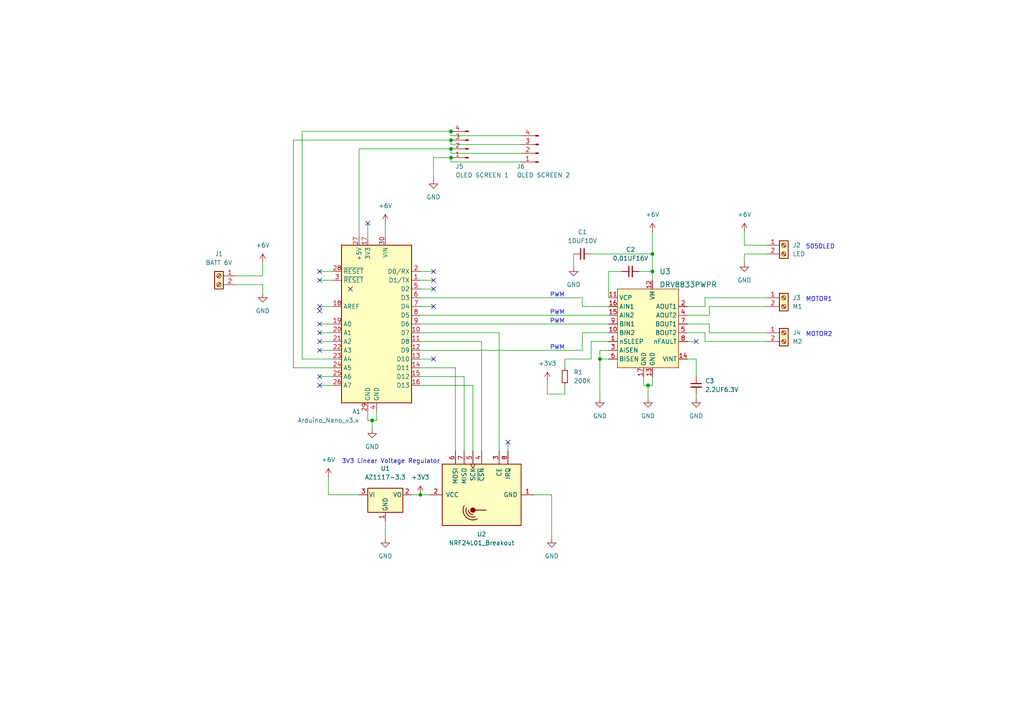
<source format=kicad_sch>
(kicad_sch (version 20211123) (generator eeschema)
  (paper "A4")
  (lib_symbols
    (symbol "Connector:Conn_01x04_Male" (pin_names (offset 1.016) hide)
      (property "Reference" "J" (at 0 5.08 0))
      (property "Value" "Conn_01x04_Male" (at 0 -7.62 0))
      (symbol "Conn_01x04_Male_1_1"
        (polyline (pts (xy 1.27 -5.08) (xy 0.8636 -5.08)) (stroke (width 0.1524)))
        (polyline (pts (xy 1.27 -2.54) (xy 0.8636 -2.54)) (stroke (width 0.1524)))
        (polyline (pts (xy 1.27 0) (xy 0.8636 0)) (stroke (width 0.1524)))
        (polyline (pts (xy 1.27 2.54) (xy 0.8636 2.54)) (stroke (width 0.1524)))
        (rectangle (start 0.8636 -4.953) (end 0 -5.207) (stroke (width 0.1524)) (fill (type outline)))
        (rectangle (start 0.8636 -2.413) (end 0 -2.667) (stroke (width 0.1524)) (fill (type outline)))
        (rectangle (start 0.8636 0.127) (end 0 -0.127) (stroke (width 0.1524)) (fill (type outline)))
        (rectangle (start 0.8636 2.667) (end 0 2.413) (stroke (width 0.1524)) (fill (type outline)))
        (pin passive line (at 5.08 2.54 180) (length 3.81) (name "Pin_1") (number "1"))
        (pin passive line (at 5.08 0 180) (length 3.81) (name "Pin_2") (number "2"))
        (pin passive line (at 5.08 -2.54 180) (length 3.81) (name "Pin_3") (number "3"))
        (pin passive line (at 5.08 -5.08 180) (length 3.81) (name "Pin_4") (number "4"))
      )
    )
    (symbol "Connector:Screw_Terminal_01x02" (pin_names (offset 1.016) hide)
      (property "Reference" "J" (at 0 2.54 0))
      (property "Value" "Screw_Terminal_01x02" (at 0 -5.08 0))
      (symbol "Screw_Terminal_01x02_1_1"
        (rectangle (start -1.27 1.27) (end 1.27 -3.81) (stroke (width 0.254)) (fill (type background)))
        (circle (center 0 -2.54) (radius 0.635) (stroke (width 0.1524)))
        (polyline (pts (xy -0.5334 -2.2098) (xy 0.3302 -3.048)) (stroke (width 0.1524)))
        (polyline (pts (xy -0.5334 0.3302) (xy 0.3302 -0.508)) (stroke (width 0.1524)))
        (polyline (pts (xy -0.3556 -2.032) (xy 0.508 -2.8702)) (stroke (width 0.1524)))
        (polyline (pts (xy -0.3556 0.508) (xy 0.508 -0.3302)) (stroke (width 0.1524)))
        (circle (center 0 0) (radius 0.635) (stroke (width 0.1524)))
        (pin passive line (at -5.08 0 0) (length 3.81) (name "Pin_1") (number "1"))
        (pin passive line (at -5.08 -2.54 0) (length 3.81) (name "Pin_2") (number "2"))
      )
    )
    (symbol "Device:C_Small" (pin_numbers hide) (pin_names (offset 0.254) hide)
      (property "Reference" "C" (at 0.254 1.778 0))
      (property "Value" "C_Small" (at 0.254 -2.032 0))
      (symbol "C_Small_0_1"
        (polyline (pts (xy -1.524 -0.508) (xy 1.524 -0.508)) (stroke (width 0.3302)))
        (polyline (pts (xy -1.524 0.508) (xy 1.524 0.508)) (stroke (width 0.3048)))
      )
      (symbol "C_Small_1_1"
        (pin passive line (at 0 2.54 270) (length 2.032) (name "~") (number "1"))
        (pin passive line (at 0 -2.54 90) (length 2.032) (name "~") (number "2"))
      )
    )
    (symbol "Device:R_Small" (pin_numbers hide) (pin_names (offset 0.254) hide)
      (property "Reference" "R" (at 0.762 0.508 0))
      (property "Value" "R_Small" (at 0.762 -1.016 0))
      (symbol "R_Small_0_1"
        (rectangle (start -0.762 1.778) (end 0.762 -1.778) (stroke (width 0.2032)))
      )
      (symbol "R_Small_1_1"
        (pin passive line (at 0 2.54 270) (length 0.762) (name "~") (number "1"))
        (pin passive line (at 0 -2.54 90) (length 0.762) (name "~") (number "2"))
      )
    )
    (symbol "MCU_Module:Arduino_Nano_v3.x"
      (property "Reference" "A" (at -10.16 23.495 0))
      (property "Value" "Arduino_Nano_v3.x" (at 5.08 -24.13 0))
      (symbol "Arduino_Nano_v3.x_0_1"
        (rectangle (start -10.16 22.86) (end 10.16 -22.86) (stroke (width 0.254)) (fill (type background)))
      )
      (symbol "Arduino_Nano_v3.x_1_1"
        (pin bidirectional line (at -12.7 12.7 0) (length 2.54) (name "D1/TX") (number "1"))
        (pin bidirectional line (at -12.7 -2.54 0) (length 2.54) (name "D7") (number "10"))
        (pin bidirectional line (at -12.7 -5.08 0) (length 2.54) (name "D8") (number "11"))
        (pin bidirectional line (at -12.7 -7.62 0) (length 2.54) (name "D9") (number "12"))
        (pin bidirectional line (at -12.7 -10.16 0) (length 2.54) (name "D10") (number "13"))
        (pin bidirectional line (at -12.7 -12.7 0) (length 2.54) (name "D11") (number "14"))
        (pin bidirectional line (at -12.7 -15.24 0) (length 2.54) (name "D12") (number "15"))
        (pin bidirectional line (at -12.7 -17.78 0) (length 2.54) (name "D13") (number "16"))
        (pin power_out line (at 2.54 25.4 270) (length 2.54) (name "3V3") (number "17"))
        (pin input line (at 12.7 5.08 180) (length 2.54) (name "AREF") (number "18"))
        (pin bidirectional line (at 12.7 0 180) (length 2.54) (name "A0") (number "19"))
        (pin bidirectional line (at -12.7 15.24 0) (length 2.54) (name "D0/RX") (number "2"))
        (pin bidirectional line (at 12.7 -2.54 180) (length 2.54) (name "A1") (number "20"))
        (pin bidirectional line (at 12.7 -5.08 180) (length 2.54) (name "A2") (number "21"))
        (pin bidirectional line (at 12.7 -7.62 180) (length 2.54) (name "A3") (number "22"))
        (pin bidirectional line (at 12.7 -10.16 180) (length 2.54) (name "A4") (number "23"))
        (pin bidirectional line (at 12.7 -12.7 180) (length 2.54) (name "A5") (number "24"))
        (pin bidirectional line (at 12.7 -15.24 180) (length 2.54) (name "A6") (number "25"))
        (pin bidirectional line (at 12.7 -17.78 180) (length 2.54) (name "A7") (number "26"))
        (pin power_out line (at 5.08 25.4 270) (length 2.54) (name "+5V") (number "27"))
        (pin input line (at 12.7 15.24 180) (length 2.54) (name "~{RESET}") (number "28"))
        (pin power_in line (at 2.54 -25.4 90) (length 2.54) (name "GND") (number "29"))
        (pin input line (at 12.7 12.7 180) (length 2.54) (name "~{RESET}") (number "3"))
        (pin power_in line (at -2.54 25.4 270) (length 2.54) (name "VIN") (number "30"))
        (pin power_in line (at 0 -25.4 90) (length 2.54) (name "GND") (number "4"))
        (pin bidirectional line (at -12.7 10.16 0) (length 2.54) (name "D2") (number "5"))
        (pin bidirectional line (at -12.7 7.62 0) (length 2.54) (name "D3") (number "6"))
        (pin bidirectional line (at -12.7 5.08 0) (length 2.54) (name "D4") (number "7"))
        (pin bidirectional line (at -12.7 2.54 0) (length 2.54) (name "D5") (number "8"))
        (pin bidirectional line (at -12.7 0 0) (length 2.54) (name "D6") (number "9"))
      )
    )
    (symbol "RF:NRF24L01_Breakout" (pin_names (offset 1.016))
      (property "Reference" "U" (at -8.89 12.7 0))
      (property "Value" "NRF24L01_Breakout" (at 3.81 12.7 0))
      (symbol "NRF24L01_Breakout_0_1"
        (rectangle (start -8.89 11.43) (end 8.89 -11.43) (stroke (width 0.254)) (fill (type background)))
        (polyline (pts (xy 4.445 1.905) (xy 4.445 -1.27)) (stroke (width 0.254)))
        (circle (center 4.445 2.54) (radius 0.635) (stroke (width 0.254)) (fill (type outline)))
        (arc (start 5.715 2.54) (mid 5.3521 3.4546) (end 4.445 3.81) (stroke (width 0.254)))
        (arc (start 6.35 1.905) (mid 5.8763 3.9854) (end 3.81 4.445) (stroke (width 0.254)))
        (arc (start 6.985 1.27) (mid 6.453 4.548) (end 3.175 5.08) (stroke (width 0.254)))
      )
      (symbol "NRF24L01_Breakout_1_1"
        (pin power_in line (at 0 -15.24 90) (length 3.81) (name "GND") (number "1"))
        (pin power_in line (at 0 15.24 270) (length 3.81) (name "VCC") (number "2"))
        (pin input line (at -12.7 -5.08 0) (length 3.81) (name "CE") (number "3"))
        (pin input line (at -12.7 0 0) (length 3.81) (name "~{CSN}") (number "4"))
        (pin input clock (at -12.7 2.54 0) (length 3.81) (name "SCK") (number "5"))
        (pin input line (at -12.7 7.62 0) (length 3.81) (name "MOSI") (number "6"))
        (pin output line (at -12.7 5.08 0) (length 3.81) (name "MISO") (number "7"))
        (pin output line (at -12.7 -7.62 0) (length 3.81) (name "IRQ") (number "8"))
      )
    )
    (symbol "Regulator_Linear:AZ1117-3.3" (pin_names (offset 0.254))
      (property "Reference" "U" (at -3.81 3.175 0))
      (property "Value" "AZ1117-3.3" (at 0 3.175 0))
      (symbol "AZ1117-3.3_0_1"
        (rectangle (start -5.08 1.905) (end 5.08 -5.08) (stroke (width 0.254)) (fill (type background)))
      )
      (symbol "AZ1117-3.3_1_1"
        (pin power_in line (at 0 -7.62 90) (length 2.54) (name "GND") (number "1"))
        (pin power_out line (at 7.62 0 180) (length 2.54) (name "VO") (number "2"))
        (pin power_in line (at -7.62 0 0) (length 2.54) (name "VI") (number "3"))
      )
    )
    (symbol "dk_PMIC-Full-Half-Bridge-Drivers:DRV8833PWPR"
      (property "Reference" "U" (at -7.62 13.97 0))
      (property "Value" "DRV8833PWPR" (at -5.08 16.51 0))
      (symbol "DRV8833PWPR_0_1"
        (rectangle (start -10.16 12.7) (end 7.62 -10.16) (fill (type background)))
      )
      (symbol "DRV8833PWPR_1_1"
        (pin input line (at -12.7 -2.54 0) (length 2.54) (name "nSLEEP") (number "1"))
        (pin input line (at -12.7 0 0) (length 2.54) (name "BIN2") (number "10"))
        (pin bidirectional line (at -12.7 10.16 0) (length 2.54) (name "VCP") (number "11"))
        (pin power_in line (at 0 15.24 270) (length 2.54) (name "VM") (number "12"))
        (pin power_in line (at 0 -12.7 90) (length 2.54) (name "GND") (number "13"))
        (pin passive line (at 10.16 -7.62 180) (length 2.54) (name "VINT") (number "14"))
        (pin input line (at -12.7 5.08 0) (length 2.54) (name "AIN2") (number "15"))
        (pin input line (at -12.7 7.62 0) (length 2.54) (name "AIN1") (number "16"))
        (pin unspecified line (at -2.54 -12.7 90) (length 2.54) (name "GND") (number "17"))
        (pin output line (at 10.16 7.62 180) (length 2.54) (name "AOUT1") (number "2"))
        (pin bidirectional line (at -12.7 -5.08 0) (length 2.54) (name "AISEN") (number "3"))
        (pin output line (at 10.16 5.08 180) (length 2.54) (name "AOUT2") (number "4"))
        (pin output line (at 10.16 0 180) (length 2.54) (name "BOUT2") (number "5"))
        (pin bidirectional line (at -12.7 -7.62 0) (length 2.54) (name "BISEN") (number "6"))
        (pin output line (at 10.16 2.54 180) (length 2.54) (name "BOUT1") (number "7"))
        (pin output line (at 10.16 -2.54 180) (length 2.54) (name "nFAULT") (number "8"))
        (pin input line (at -12.7 2.54 0) (length 2.54) (name "BIN1") (number "9"))
      )
    )
    (symbol "power:+3V3" (power) (pin_names (offset 0))
      (property "Value" "+3V3" (at 0 3.556 0))
      (symbol "+3V3_0_1"
        (polyline (pts (xy -0.762 1.27) (xy 0 2.54)))
        (polyline (pts (xy 0 0) (xy 0 2.54)))
        (polyline (pts (xy 0 2.54) (xy 0.762 1.27)))
      )
      (symbol "+3V3_1_1"
        (pin power_in line (at 0 0 90) (length 0) hide (name "+3V3") (number "1"))
      )
    )
    (symbol "power:+6V" (power) (pin_names (offset 0))
      (property "Value" "+6V" (at 0 3.556 0))
      (symbol "+6V_0_1"
        (polyline (pts (xy -0.762 1.27) (xy 0 2.54)))
        (polyline (pts (xy 0 0) (xy 0 2.54)))
        (polyline (pts (xy 0 2.54) (xy 0.762 1.27)))
      )
      (symbol "+6V_1_1"
        (pin power_in line (at 0 0 90) (length 0) hide (name "+6V") (number "1"))
      )
    )
    (symbol "power:GND" (power) (pin_names (offset 0))
      (property "Value" "GND" (at 0 -3.81 0))
      (symbol "GND_0_1"
        (polyline (pts (xy 0 0) (xy 0 -1.27) (xy 1.27 -1.27) (xy 0 -2.54) (xy -1.27 -1.27) (xy 0 -1.27)))
      )
      (symbol "GND_1_1"
        (pin power_in line (at 0 0 270) (length 0) hide (name "GND") (number "1"))
      )
    )
  )
  (junction (at 189.23 73.66))
  (junction (at 189.23 78.74))
  (junction (at 173.99 104.14))
  (junction (at 121.92 143.51))
  (junction (at 187.96 111.76))
  (junction (at 130.81 43.18))
  (junction (at 130.81 40.64))
  (junction (at 130.81 45.72))
  (junction (at 130.81 38.1))
  (junction (at 107.95 121.92))
  (no_connect (at 201.93 99.06))
  (no_connect (at 92.71 96.52))
  (no_connect (at 92.71 78.74))
  (no_connect (at 92.71 111.76))
  (no_connect (at 125.73 88.9))
  (no_connect (at 125.73 81.28))
  (no_connect (at 125.73 104.14))
  (no_connect (at 92.71 93.98))
  (no_connect (at 92.71 109.22))
  (no_connect (at 92.71 81.28))
  (no_connect (at 125.73 78.74))
  (no_connect (at 92.71 99.06))
  (no_connect (at 125.73 83.82))
  (no_connect (at 92.71 101.6))
  (no_connect (at 92.71 88.9))
  (no_connect (at 147.32 128.27))
  (no_connect (at 106.68 64.77))
  (no_connect (at 92.71 90.17))
  (no_connect (at 101.6 83.82))
  (wire (pts (xy 107.95 121.92) (xy 107.95 124.46)))
  (wire (pts (xy 92.71 78.74) (xy 96.52 78.74)))
  (wire (pts (xy 163.83 114.3) (xy 158.75 114.3)))
  (wire (pts (xy 104.14 143.51) (xy 95.25 143.51)))
  (wire (pts (xy 189.23 109.22) (xy 189.23 111.76)))
  (wire (pts (xy 137.16 130.81) (xy 137.16 111.76)))
  (wire (pts (xy 201.93 114.3) (xy 201.93 115.57)))
  (wire (pts (xy 130.81 43.18) (xy 130.81 44.45)))
  (wire (pts (xy 201.93 104.14) (xy 201.93 109.22)))
  (wire (pts (xy 171.45 104.14) (xy 163.83 104.14)))
  (wire (pts (xy 204.47 88.9) (xy 199.39 88.9)))
  (wire (pts (xy 222.25 99.06) (xy 204.47 99.06)))
  (wire (pts (xy 106.68 121.92) (xy 107.95 121.92)))
  (wire (pts (xy 199.39 104.14) (xy 201.93 104.14)))
  (wire (pts (xy 134.62 130.81) (xy 134.62 109.22)))
  (wire (pts (xy 147.32 128.27) (xy 147.32 130.81)))
  (wire (pts (xy 132.08 106.68) (xy 121.92 106.68)))
  (wire (pts (xy 154.94 143.51) (xy 160.02 143.51)))
  (wire (pts (xy 204.47 96.52) (xy 199.39 96.52)))
  (wire (pts (xy 222.25 88.9) (xy 205.74 88.9)))
  (wire (pts (xy 130.81 39.37) (xy 151.13 39.37)))
  (wire (pts (xy 121.92 86.36) (xy 168.91 86.36)))
  (wire (pts (xy 121.92 81.28) (xy 125.73 81.28)))
  (wire (pts (xy 92.71 109.22) (xy 96.52 109.22)))
  (wire (pts (xy 204.47 86.36) (xy 204.47 88.9)))
  (wire (pts (xy 222.25 86.36) (xy 204.47 86.36)))
  (wire (pts (xy 125.73 45.72) (xy 125.73 52.07)))
  (wire (pts (xy 215.9 73.66) (xy 222.25 73.66)))
  (wire (pts (xy 92.71 101.6) (xy 96.52 101.6)))
  (wire (pts (xy 205.74 93.98) (xy 199.39 93.98)))
  (wire (pts (xy 173.99 104.14) (xy 173.99 115.57)))
  (wire (pts (xy 76.2 82.55) (xy 76.2 85.09)))
  (wire (pts (xy 215.9 67.31) (xy 215.9 71.12)))
  (wire (pts (xy 176.53 99.06) (xy 171.45 99.06)))
  (wire (pts (xy 166.37 73.66) (xy 166.37 77.47)))
  (wire (pts (xy 109.22 121.92) (xy 109.22 119.38)))
  (wire (pts (xy 168.91 101.6) (xy 168.91 96.52)))
  (wire (pts (xy 189.23 73.66) (xy 189.23 78.74)))
  (wire (pts (xy 185.42 78.74) (xy 189.23 78.74)))
  (wire (pts (xy 92.71 111.76) (xy 96.52 111.76)))
  (wire (pts (xy 121.92 91.44) (xy 176.53 91.44)))
  (wire (pts (xy 121.92 101.6) (xy 168.91 101.6)))
  (wire (pts (xy 121.92 104.14) (xy 125.73 104.14)))
  (wire (pts (xy 176.53 78.74) (xy 176.53 86.36)))
  (wire (pts (xy 95.25 138.43) (xy 95.25 143.51)))
  (wire (pts (xy 121.92 93.98) (xy 176.53 93.98)))
  (wire (pts (xy 130.81 45.72) (xy 130.81 46.99)))
  (wire (pts (xy 68.58 80.01) (xy 76.2 80.01)))
  (wire (pts (xy 68.58 82.55) (xy 76.2 82.55)))
  (wire (pts (xy 130.81 41.91) (xy 151.13 41.91)))
  (wire (pts (xy 158.75 114.3) (xy 158.75 110.49)))
  (wire (pts (xy 163.83 111.76) (xy 163.83 114.3)))
  (wire (pts (xy 92.71 93.98) (xy 96.52 93.98)))
  (wire (pts (xy 186.69 109.22) (xy 186.69 111.76)))
  (wire (pts (xy 87.63 104.14) (xy 96.52 104.14)))
  (wire (pts (xy 130.81 44.45) (xy 151.13 44.45)))
  (wire (pts (xy 189.23 78.74) (xy 189.23 81.28)))
  (wire (pts (xy 187.96 111.76) (xy 189.23 111.76)))
  (wire (pts (xy 171.45 99.06) (xy 171.45 104.14)))
  (wire (pts (xy 111.76 64.77) (xy 111.76 68.58)))
  (wire (pts (xy 87.63 38.1) (xy 87.63 104.14)))
  (wire (pts (xy 76.2 76.2) (xy 76.2 80.01)))
  (wire (pts (xy 119.38 143.51) (xy 121.92 143.51)))
  (wire (pts (xy 205.74 91.44) (xy 199.39 91.44)))
  (wire (pts (xy 176.53 101.6) (xy 173.99 101.6)))
  (wire (pts (xy 163.83 104.14) (xy 163.83 106.68)))
  (wire (pts (xy 92.71 81.28) (xy 96.52 81.28)))
  (wire (pts (xy 222.25 96.52) (xy 205.74 96.52)))
  (wire (pts (xy 160.02 143.51) (xy 160.02 156.21)))
  (wire (pts (xy 173.99 101.6) (xy 173.99 104.14)))
  (wire (pts (xy 92.71 88.9) (xy 96.52 88.9)))
  (wire (pts (xy 106.68 119.38) (xy 106.68 121.92)))
  (wire (pts (xy 130.81 45.72) (xy 125.73 45.72)))
  (wire (pts (xy 171.45 73.66) (xy 189.23 73.66)))
  (wire (pts (xy 92.71 99.06) (xy 96.52 99.06)))
  (wire (pts (xy 204.47 99.06) (xy 204.47 96.52)))
  (wire (pts (xy 111.76 151.13) (xy 111.76 156.21)))
  (wire (pts (xy 144.78 96.52) (xy 121.92 96.52)))
  (wire (pts (xy 130.81 46.99) (xy 151.13 46.99)))
  (wire (pts (xy 130.81 38.1) (xy 87.63 38.1)))
  (wire (pts (xy 121.92 88.9) (xy 125.73 88.9)))
  (wire (pts (xy 186.69 111.76) (xy 187.96 111.76)))
  (wire (pts (xy 137.16 111.76) (xy 121.92 111.76)))
  (wire (pts (xy 144.78 130.81) (xy 144.78 96.52)))
  (wire (pts (xy 205.74 88.9) (xy 205.74 91.44)))
  (wire (pts (xy 168.91 88.9) (xy 176.53 88.9)))
  (wire (pts (xy 134.62 109.22) (xy 121.92 109.22)))
  (wire (pts (xy 107.95 121.92) (xy 109.22 121.92)))
  (wire (pts (xy 215.9 73.66) (xy 215.9 76.2)))
  (wire (pts (xy 199.39 99.06) (xy 201.93 99.06)))
  (wire (pts (xy 168.91 96.52) (xy 176.53 96.52)))
  (wire (pts (xy 121.92 83.82) (xy 125.73 83.82)))
  (wire (pts (xy 173.99 104.14) (xy 176.53 104.14)))
  (wire (pts (xy 130.81 38.1) (xy 130.81 39.37)))
  (wire (pts (xy 104.14 43.18) (xy 104.14 68.58)))
  (wire (pts (xy 92.71 96.52) (xy 96.52 96.52)))
  (wire (pts (xy 132.08 130.81) (xy 132.08 106.68)))
  (wire (pts (xy 130.81 40.64) (xy 130.81 41.91)))
  (wire (pts (xy 215.9 71.12) (xy 222.25 71.12)))
  (wire (pts (xy 187.96 111.76) (xy 187.96 115.57)))
  (wire (pts (xy 205.74 96.52) (xy 205.74 93.98)))
  (wire (pts (xy 121.92 78.74) (xy 125.73 78.74)))
  (wire (pts (xy 130.81 43.18) (xy 104.14 43.18)))
  (wire (pts (xy 176.53 78.74) (xy 180.34 78.74)))
  (wire (pts (xy 121.92 143.51) (xy 124.46 143.51)))
  (wire (pts (xy 139.7 99.06) (xy 121.92 99.06)))
  (wire (pts (xy 106.68 64.77) (xy 106.68 68.58)))
  (wire (pts (xy 85.09 106.68) (xy 96.52 106.68)))
  (wire (pts (xy 189.23 67.31) (xy 189.23 73.66)))
  (wire (pts (xy 139.7 130.81) (xy 139.7 99.06)))
  (wire (pts (xy 168.91 86.36) (xy 168.91 88.9)))
  (wire (pts (xy 85.09 40.64) (xy 85.09 106.68)))
  (wire (pts (xy 130.81 40.64) (xy 85.09 40.64)))
  (text "PWM" (at 163.83 93.98 180) (effects (font (size 1.27 1.27)) (justify right bottom)))
  (text "PWM" (at 163.83 86.36 180) (effects (font (size 1.27 1.27)) (justify right bottom)))
  (text "5050LED" (at 233.68 72.39 0) (effects (font (size 1.27 1.27)) (justify left bottom)))
  (text "MOTOR1" (at 233.68 87.63 0) (effects (font (size 1.27 1.27)) (justify left bottom)))
  (text "MOTOR2\n" (at 233.68 97.79 0) (effects (font (size 1.27 1.27)) (justify left bottom)))
  (text "3V3 Linear Voltage Regulator" (at 99.06 134.62 0) (effects (font (size 1.27 1.27)) (justify left bottom)))
  (text "PWM" (at 163.83 91.44 180) (effects (font (size 1.27 1.27)) (justify right bottom)))
  (text "PWM" (at 163.83 101.6 180) (effects (font (size 1.27 1.27)) (justify right bottom)))
  (symbol (lib_id "power:+6V") (at 215.9 67.31 0) (unit 1)
    (property "Reference" "#PWR0104" (effects hide))
    (property "Value" "+6V" (at 215.9 62.23 0))
  )
  (symbol (lib_id "power:GND") (at 215.9 76.2 0) (unit 1)
    (property "Reference" "#PWR0105" (effects hide))
    (property "Value" "GND" (at 215.9 81.28 0))
  )
  (symbol (lib_id "power:+6V") (at 95.25 138.43 0) (unit 1)
    (property "Reference" "#PWR0106" (effects hide))
    (property "Value" "+6V" (at 95.25 133.35 0))
  )
  (symbol (lib_id "Connector:Conn_01x04_Male") (at 135.89 43.18 180) (unit 1)
    (property "Reference" "J5" (at 132.08 48.26 0) (effects (justify right)))
    (property "Value" "OLED SCREEN 1" (at 132.08 50.8 0) (effects (justify right)))
    (property "Footprint" "Connector_PinSocket_2.54mm:PinSocket_1x04_P2.54mm_Vertical" (effects hide))
  )
  (symbol (lib_id "power:+3V3") (at 158.75 110.49 0) (unit 1)
    (property "Reference" "#PWR0117" (effects hide))
    (property "Value" "+3V3" (at 158.75 105.41 0))
  )
  (symbol (lib_id "power:GND") (at 187.96 115.57 0) (unit 1)
    (property "Reference" "#PWR0102" (effects hide))
    (property "Value" "GND" (at 187.96 120.65 0))
  )
  (symbol (lib_id "power:+6V") (at 189.23 67.31 0) (unit 1)
    (property "Reference" "#PWR0103" (effects hide))
    (property "Value" "+6V" (at 189.23 62.23 0))
  )
  (symbol (lib_id "Regulator_Linear:AZ1117-3.3") (at 111.76 143.51 0) (unit 1)
    (property "Reference" "U1" (at 111.76 135.89 0))
    (property "Value" "AZ1117-3.3" (at 111.76 138.43 0))
    (property "Footprint" "Package_TO_SOT_SMD:SOT-89-3_Handsoldering" (effects hide))
    (property "Datasheet" "https://www.diodes.com/assets/Datasheets/AZ1117.pdf" (effects hide))
  )
  (symbol (lib_id "power:GND") (at 76.2 85.09 0) (unit 1)
    (property "Reference" "#PWR0108" (effects hide))
    (property "Value" "GND" (at 76.2 90.17 0))
  )
  (symbol (lib_id "power:GND") (at 107.95 124.46 0) (unit 1)
    (property "Reference" "#PWR0116" (effects hide))
    (property "Value" "GND" (at 107.95 129.54 0))
  )
  (symbol (lib_id "Device:R_Small") (at 163.83 109.22 0) (unit 1)
    (property "Reference" "R1" (at 166.37 107.9499 0) (effects (justify left)))
    (property "Value" "200K" (at 166.37 110.4899 0) (effects (justify left)))
    (property "Footprint" "Resistor_SMD:R_0805_2012Metric_Pad1.20x1.40mm_HandSolder" (effects hide))
  )
  (symbol (lib_id "Connector:Screw_Terminal_01x02") (at 227.33 86.36 0) (unit 1)
    (property "Reference" "J3" (at 229.87 86.3599 0) (effects (justify left)))
    (property "Value" "M1" (at 229.87 88.9 0) (effects (justify left)))
    (property "Footprint" "TerminalBlock:TerminalBlock_bornier-2_P5.08mm" (effects hide))
  )
  (symbol (lib_id "dk_PMIC-Full-Half-Bridge-Drivers:DRV8833PWPR") (at 189.23 96.52 0) (unit 1)
    (property "Reference" "U3" (at 191.2494 78.74 0) (effects (font (size 1.524 1.524)) (justify left)))
    (property "Value" "DRV8833PWPR" (at 191.2494 82.55 0) (effects (font (size 1.524 1.524)) (justify left)))
    (property "Footprint" "digikey-footprints:TSSOP-16-1EP_W4.40mm" (effects hide))
    (property "Datasheet" "http://www.ti.com/general/docs/suppproductinfo.tsp?distId=10&gotoUrl=http%3A%2F%2Fwww.ti.com%2Flit%2Fgpn%2Fdrv8833" (effects hide))
    (property "Digi-Key_PN" "296-29434-1-ND" (effects hide))
    (property "MPN" "DRV8833PWPR" (effects hide))
    (property "Category" "Integrated Circuits (ICs)" (effects hide))
    (property "Family" "PMIC - Full, Half-Bridge Drivers" (effects hide))
    (property "DK_Datasheet_Link" "http://www.ti.com/general/docs/suppproductinfo.tsp?distId=10&gotoUrl=http%3A%2F%2Fwww.ti.com%2Flit%2Fgpn%2Fdrv8833" (effects hide))
    (property "DK_Detail_Page" "/product-detail/en/texas-instruments/DRV8833PWPR/296-29434-1-ND/2743171" (effects hide))
    (property "Description" "IC MOTOR DRIVER PAR 16HTSSOP" (effects hide))
    (property "Manufacturer" "Texas Instruments" (effects hide))
    (property "Status" "Active" (effects hide))
  )
  (symbol (lib_id "Connector:Conn_01x04_Male") (at 156.21 44.45 180) (unit 1)
    (property "Reference" "J6" (at 149.86 48.26 0) (effects (justify right)))
    (property "Value" "OLED SCREEN 2" (at 149.86 50.8 0) (effects (justify right)))
    (property "Footprint" "Connector_PinSocket_2.54mm:PinSocket_1x04_P2.54mm_Vertical" (effects hide))
  )
  (symbol (lib_id "power:GND") (at 125.73 52.07 0) (unit 1)
    (property "Reference" "#PWR0115" (effects hide))
    (property "Value" "GND" (at 125.73 57.15 0))
  )
  (symbol (lib_id "power:GND") (at 166.37 77.47 0) (unit 1)
    (property "Reference" "#PWR0113" (effects hide))
    (property "Value" "GND" (at 166.37 82.55 0))
  )
  (symbol (lib_id "Device:C_Small") (at 201.93 111.76 0) (unit 1)
    (property "Reference" "C3" (at 204.47 110.4962 0) (effects (justify left)))
    (property "Value" "2.2UF6.3V" (at 204.47 113.0362 0) (effects (justify left)))
    (property "Footprint" "Capacitor_SMD:C_0805_2012Metric_Pad1.18x1.45mm_HandSolder" (effects hide))
  )
  (symbol (lib_id "Device:C_Small") (at 182.88 78.74 90) (unit 1)
    (property "Reference" "C2" (at 182.8863 72.39 90))
    (property "Value" "0.01UF16V" (at 182.8863 74.93 90))
    (property "Footprint" "Capacitor_SMD:C_0805_2012Metric_Pad1.18x1.45mm_HandSolder" (effects hide))
  )
  (symbol (lib_id "RF:NRF24L01_Breakout") (at 139.7 143.51 90) (mirror x) (unit 1)
    (property "Reference" "U2" (at 139.7 154.94 90))
    (property "Value" "NRF24L01_Breakout" (at 139.7 157.48 90))
    (property "Footprint" "RF_Module:nRF24L01_Breakout" (effects hide))
    (property "Datasheet" "http://www.nordicsemi.com/eng/content/download/2730/34105/file/nRF24L01_Product_Specification_v2_0.pdf" (effects hide))
  )
  (symbol (lib_id "Connector:Screw_Terminal_01x02") (at 63.5 80.01 0) (mirror y) (unit 1)
    (property "Reference" "J1" (at 63.5 73.66 0))
    (property "Value" "BATT 6V" (at 63.5 76.2 0))
    (property "Footprint" "TerminalBlock:TerminalBlock_bornier-2_P5.08mm" (effects hide))
  )
  (symbol (lib_id "power:GND") (at 201.93 115.57 0) (unit 1)
    (property "Reference" "#PWR0101" (effects hide))
    (property "Value" "GND" (at 201.93 120.65 0))
  )
  (symbol (lib_id "power:+3V3") (at 121.92 143.51 0) (unit 1)
    (property "Reference" "#PWR0112" (effects hide))
    (property "Value" "+3V3" (at 121.92 138.43 0))
  )
  (symbol (lib_id "power:GND") (at 160.02 156.21 0) (unit 1)
    (property "Reference" "#PWR0110" (effects hide))
    (property "Value" "GND" (at 160.02 161.29 0))
  )
  (symbol (lib_id "Device:C_Small") (at 168.91 73.66 90) (unit 1)
    (property "Reference" "C1" (at 168.9163 67.31 90))
    (property "Value" "10UF10V" (at 168.9163 69.85 90))
    (property "Footprint" "Capacitor_SMD:C_0805_2012Metric_Pad1.18x1.45mm_HandSolder" (effects hide))
  )
  (symbol (lib_id "MCU_Module:Arduino_Nano_v3.x") (at 109.22 93.98 0) (mirror y) (unit 1)
    (property "Reference" "A1" (at 104.6606 119.38 0) (effects (justify left)))
    (property "Value" "Arduino_Nano_v3.x" (at 104.14 121.92 0) (effects (justify left)))
    (property "Footprint" "Module:Arduino_Nano" (effects hide))
    (property "Datasheet" "http://www.mouser.com/pdfdocs/Gravitech_Arduino_Nano3_0.pdf" (effects hide))
  )
  (symbol (lib_id "power:GND") (at 111.76 156.21 0) (unit 1)
    (property "Reference" "#PWR0107" (effects hide))
    (property "Value" "GND" (at 111.76 161.29 0))
  )
  (symbol (lib_id "Connector:Screw_Terminal_01x02") (at 227.33 96.52 0) (unit 1)
    (property "Reference" "J4" (at 229.87 96.5199 0) (effects (justify left)))
    (property "Value" "M2" (at 229.87 99.0599 0) (effects (justify left)))
    (property "Footprint" "TerminalBlock:TerminalBlock_bornier-2_P5.08mm" (effects hide))
  )
  (symbol (lib_id "power:GND") (at 173.99 115.57 0) (unit 1)
    (property "Reference" "#PWR0111" (effects hide))
    (property "Value" "GND" (at 173.99 120.65 0))
  )
  (symbol (lib_id "power:+6V") (at 76.2 76.2 0) (unit 1)
    (property "Reference" "#PWR0109" (effects hide))
    (property "Value" "+6V" (at 76.2 71.12 0))
  )
  (symbol (lib_id "power:+6V") (at 111.76 64.77 0) (unit 1)
    (property "Reference" "#PWR0114" (effects hide))
    (property "Value" "+6V" (at 111.76 59.69 0))
  )
  (symbol (lib_id "Connector:Screw_Terminal_01x02") (at 227.33 71.12 0) (unit 1)
    (property "Reference" "J2" (at 229.87 71.1199 0) (effects (justify left)))
    (property "Value" "LED" (at 229.87 73.6599 0) (effects (justify left)))
    (property "Footprint" "TerminalBlock:TerminalBlock_bornier-2_P5.08mm" (effects hide))
  )
)
</source>
